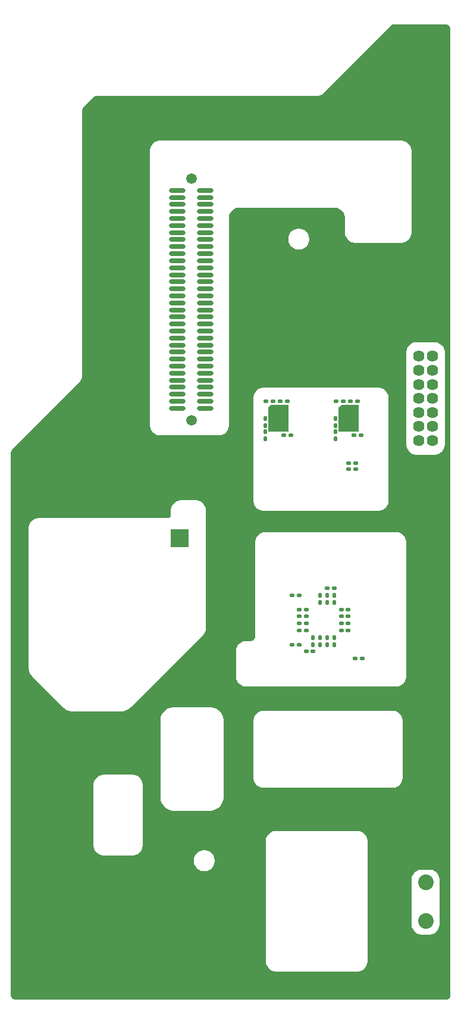
<source format=gbs>
G04*
G04 #@! TF.GenerationSoftware,Altium Limited,Altium Designer,21.7.2 (23)*
G04*
G04 Layer_Color=16711935*
%FSLAX43Y43*%
%MOMM*%
G71*
G04*
G04 #@! TF.SameCoordinates,9207B031-9538-4005-B85C-AF880B68FBDC*
G04*
G04*
G04 #@! TF.FilePolarity,Negative*
G04*
G01*
G75*
G04:AMPARAMS|DCode=88|XSize=0.52mm|YSize=0.62mm|CornerRadius=0.135mm|HoleSize=0mm|Usage=FLASHONLY|Rotation=0.000|XOffset=0mm|YOffset=0mm|HoleType=Round|Shape=RoundedRectangle|*
%AMROUNDEDRECTD88*
21,1,0.520,0.350,0,0,0.0*
21,1,0.250,0.620,0,0,0.0*
1,1,0.270,0.125,-0.175*
1,1,0.270,-0.125,-0.175*
1,1,0.270,-0.125,0.175*
1,1,0.270,0.125,0.175*
%
%ADD88ROUNDEDRECTD88*%
G04:AMPARAMS|DCode=89|XSize=0.52mm|YSize=0.62mm|CornerRadius=0.135mm|HoleSize=0mm|Usage=FLASHONLY|Rotation=90.000|XOffset=0mm|YOffset=0mm|HoleType=Round|Shape=RoundedRectangle|*
%AMROUNDEDRECTD89*
21,1,0.520,0.350,0,0,90.0*
21,1,0.250,0.620,0,0,90.0*
1,1,0.270,0.175,0.125*
1,1,0.270,0.175,-0.125*
1,1,0.270,-0.175,-0.125*
1,1,0.270,-0.175,0.125*
%
%ADD89ROUNDEDRECTD89*%
%ADD137C,1.520*%
%ADD139C,1.620*%
%ADD147R,2.520X2.520*%
%ADD148C,4.520*%
%ADD149C,6.020*%
%ADD151C,2.220*%
G04:AMPARAMS|DCode=156|XSize=3.42mm|YSize=3.42mm|CornerRadius=0.35mm|HoleSize=0mm|Usage=FLASHONLY|Rotation=0.000|XOffset=0mm|YOffset=0mm|HoleType=Round|Shape=RoundedRectangle|*
%AMROUNDEDRECTD156*
21,1,3.420,2.720,0,0,0.0*
21,1,2.720,3.420,0,0,0.0*
1,1,0.700,1.360,-1.360*
1,1,0.700,-1.360,-1.360*
1,1,0.700,-1.360,1.360*
1,1,0.700,1.360,1.360*
%
%ADD156ROUNDEDRECTD156*%
%ADD201O,2.357X0.630*%
G36*
X183711Y189200D02*
X191140Y189200D01*
Y189200D01*
X191259Y189200D01*
X191480Y189109D01*
X191649Y188940D01*
X191740Y188719D01*
Y188600D01*
X191740Y51050D01*
Y50941D01*
X191656Y50738D01*
X191502Y50584D01*
X191299Y50500D01*
X129840D01*
X129721Y50500D01*
X129500Y50591D01*
X129331Y50760D01*
X129240Y50981D01*
X129240Y51100D01*
X129240Y128379D01*
X129240Y128379D01*
X129240Y128379D01*
X129256Y128500D01*
X129287Y128575D01*
X129332Y128642D01*
X129361Y128671D01*
X138894Y138204D01*
X138979Y138289D01*
X138979Y138289D01*
X138979Y138289D01*
X138979Y138289D01*
X139075Y138403D01*
X139232Y138658D01*
X139335Y138939D01*
X139382Y139234D01*
X139384Y139384D01*
X139384Y176993D01*
X139384Y176993D01*
X139384Y176993D01*
Y176994D01*
X139393Y177111D01*
X139412Y177205D01*
X139466Y177337D01*
X139545Y177455D01*
X139596Y177506D01*
X140969Y178879D01*
X140969Y178879D01*
X140969Y178879D01*
X140970Y178879D01*
X141064Y178956D01*
X141105Y178984D01*
X141211Y179028D01*
X141324Y179050D01*
X141381Y179050D01*
X172878Y179050D01*
X172999Y179056D01*
X173237Y179103D01*
X173461Y179196D01*
X173662Y179331D01*
X173752Y179412D01*
X183419Y189079D01*
X183419Y189079D01*
X183419Y189079D01*
X183420Y189079D01*
X183516Y189153D01*
X183590Y189184D01*
X183670Y189200D01*
X183711Y189200D01*
D02*
G37*
%LPC*%
G36*
X184898Y172650D02*
X184750Y172650D01*
X150500Y172650D01*
X150500Y172650D01*
X150352D01*
X150062Y172592D01*
X149789Y172479D01*
X149544Y172315D01*
X149335Y172106D01*
X149171Y171860D01*
X149058Y171588D01*
X149000Y171298D01*
Y171150D01*
Y132250D01*
X149000Y132102D01*
X149058Y131812D01*
X149171Y131539D01*
X149335Y131294D01*
X149544Y131085D01*
X149789Y130921D01*
X150062Y130808D01*
X150352Y130750D01*
X150500Y130750D01*
X158750D01*
X158900Y130743D01*
X159195Y130791D01*
X159474Y130900D01*
X159725Y131063D01*
X159937Y131275D01*
X160100Y131526D01*
X160209Y131805D01*
X160257Y132100D01*
X160250Y132250D01*
X160250Y161650D01*
X160250Y161650D01*
X160250Y161650D01*
X160257Y161797D01*
X160314Y162086D01*
X160427Y162357D01*
X160590Y162602D01*
X160798Y162810D01*
X161043Y162973D01*
X161314Y163086D01*
X161603Y163143D01*
X161750Y163150D01*
X175250Y163150D01*
X175250Y163150D01*
X175250Y163150D01*
X175397Y163143D01*
X175686Y163086D01*
X175957Y162973D01*
X176202Y162810D01*
X176410Y162602D01*
X176573Y162357D01*
X176686Y162086D01*
X176743Y161797D01*
X176750Y161650D01*
X176750Y159650D01*
X176750Y159502D01*
X176808Y159212D01*
X176921Y158939D01*
X177085Y158694D01*
X177294Y158485D01*
X177539Y158321D01*
X177812Y158208D01*
X178102Y158150D01*
X178250Y158150D01*
X184750Y158150D01*
X184750Y158150D01*
X184750Y158150D01*
X184898Y158150D01*
X185188Y158207D01*
X185461Y158320D01*
X185707Y158484D01*
X185916Y158693D01*
X186080Y158939D01*
X186193Y159212D01*
X186250Y159502D01*
X186250Y159650D01*
X186250Y171150D01*
X186250Y171150D01*
X186250Y171150D01*
X186250Y171298D01*
X186193Y171588D01*
X186080Y171861D01*
X185915Y172106D01*
X185706Y172315D01*
X185461Y172480D01*
X185188Y172593D01*
X184898Y172650D01*
D02*
G37*
G36*
X170348Y160148D02*
X170200Y160148D01*
X170053Y160148D01*
X169763Y160091D01*
X169490Y159978D01*
X169245Y159814D01*
X169036Y159605D01*
X168872Y159360D01*
X168759Y159087D01*
X168702Y158798D01*
Y158650D01*
X168702Y158502D01*
X168759Y158213D01*
X168872Y157940D01*
X169036Y157695D01*
X169245Y157486D01*
X169490Y157322D01*
X169763Y157209D01*
X170053Y157152D01*
X170200Y157152D01*
X170200Y157152D01*
X170200Y157152D01*
X170348Y157152D01*
X170637Y157209D01*
X170910Y157322D01*
X171155Y157486D01*
X171364Y157695D01*
X171528Y157940D01*
X171641Y158213D01*
X171698Y158502D01*
X171698Y158650D01*
X171698Y158650D01*
X171698Y158650D01*
X171698Y158798D01*
X171641Y159087D01*
X171528Y159360D01*
X171364Y159605D01*
X171155Y159814D01*
X170910Y159978D01*
X170637Y160091D01*
X170348Y160148D01*
D02*
G37*
G36*
X189638Y144000D02*
X189490Y144000D01*
X186990Y144000D01*
Y144000D01*
X186990Y144000D01*
X186842Y144000D01*
X186552Y143942D01*
X186279Y143829D01*
X186034Y143665D01*
X185825Y143456D01*
X185661Y143211D01*
X185548Y142938D01*
X185490Y142648D01*
Y142500D01*
Y129500D01*
X185490D01*
X185490Y129500D01*
X185490Y129352D01*
X185548Y129062D01*
X185661Y128789D01*
X185825Y128544D01*
X186034Y128335D01*
X186279Y128171D01*
X186552Y128058D01*
X186842Y128000D01*
X189490D01*
X189638Y128000D01*
X189928Y128057D01*
X190201Y128170D01*
X190447Y128334D01*
X190656Y128543D01*
X190820Y128789D01*
X190933Y129062D01*
X190990Y129352D01*
X190990Y129500D01*
X190990Y142500D01*
X190990Y142500D01*
X190990Y142500D01*
X190990Y142648D01*
X190933Y142938D01*
X190819Y143211D01*
X190655Y143456D01*
X190446Y143665D01*
X190201Y143829D01*
X189928Y143943D01*
X189638Y144000D01*
D02*
G37*
G36*
X165102Y137500D02*
X164812Y137443D01*
X164539Y137330D01*
X164293Y137166D01*
X164084Y136957D01*
X163920Y136711D01*
X163807Y136438D01*
X163750Y136148D01*
X163750Y136000D01*
Y121500D01*
X163750Y121352D01*
X163808Y121062D01*
X163921Y120789D01*
X164085Y120544D01*
X164294Y120335D01*
X164539Y120171D01*
X164812Y120058D01*
X165102Y120000D01*
X165250Y120000D01*
X181500Y120000D01*
X181648D01*
X181938Y120058D01*
X182211Y120171D01*
X182456Y120335D01*
X182665Y120544D01*
X182829Y120789D01*
X182942Y121062D01*
X183000Y121352D01*
Y121500D01*
X183000Y121500D01*
X183000Y136000D01*
X183000Y136148D01*
X182942Y136438D01*
X182829Y136711D01*
X182665Y136956D01*
X182456Y137165D01*
X182211Y137329D01*
X181938Y137442D01*
X181648Y137500D01*
X181500Y137500D01*
X181500Y137500D01*
X181500Y137500D01*
X165250Y137500D01*
X165102Y137500D01*
D02*
G37*
G36*
X153500Y121500D02*
X153500Y121500D01*
X153352D01*
X153062Y121442D01*
X152789Y121329D01*
X152544Y121165D01*
X152335Y120956D01*
X152171Y120710D01*
X152058Y120437D01*
X152000Y120148D01*
Y119500D01*
X152000Y119500D01*
X152006Y119416D01*
X151970Y119251D01*
X151873Y119113D01*
X151731Y119023D01*
X151650Y119000D01*
X133250Y119000D01*
X133102Y119000D01*
X132812Y118942D01*
X132539Y118829D01*
X132294Y118665D01*
X132085Y118456D01*
X131921Y118211D01*
X131808Y117938D01*
X131750Y117648D01*
Y117500D01*
Y97750D01*
X131750Y97750D01*
X131748Y97577D01*
X131811Y97236D01*
X131940Y96914D01*
X132129Y96624D01*
X132250Y96500D01*
X136750Y92000D01*
X136874Y91879D01*
X137164Y91690D01*
X137486Y91561D01*
X137827Y91498D01*
X138000Y91500D01*
X145000D01*
Y91500D01*
X145000Y91500D01*
X145207Y91512D01*
X145608Y91615D01*
X145981Y91795D01*
X146312Y92045D01*
X146450Y92200D01*
X156500Y102250D01*
X156500Y102250D01*
X156500Y102250D01*
X156621Y102374D01*
X156810Y102664D01*
X156939Y102986D01*
X157002Y103327D01*
X157000Y103500D01*
X157000Y120000D01*
X157000Y120000D01*
X157000Y120000D01*
X157000Y120148D01*
X156942Y120437D01*
X156829Y120710D01*
X156665Y120956D01*
X156456Y121164D01*
X156210Y121329D01*
X155937Y121442D01*
X155648Y121500D01*
X155500Y121500D01*
X153500Y121500D01*
D02*
G37*
G36*
X184148Y117000D02*
X184000Y117000D01*
X165500Y117000D01*
X165500Y117000D01*
X165352Y117000D01*
X165062Y116942D01*
X164789Y116829D01*
X164544Y116665D01*
X164335Y116456D01*
X164171Y116211D01*
X164058Y115938D01*
X164000Y115648D01*
Y115500D01*
Y102200D01*
X164000Y102200D01*
X163997Y102131D01*
X163970Y101997D01*
X163917Y101870D01*
X163841Y101756D01*
X163744Y101659D01*
X163630Y101583D01*
X163503Y101530D01*
X163369Y101503D01*
X163300Y101500D01*
X162750Y101500D01*
X162750Y101500D01*
X162602D01*
X162312Y101442D01*
X162039Y101329D01*
X161794Y101165D01*
X161585Y100956D01*
X161421Y100711D01*
X161308Y100438D01*
X161250Y100148D01*
Y100000D01*
Y96500D01*
X161250Y96352D01*
X161308Y96062D01*
X161421Y95789D01*
X161585Y95544D01*
X161794Y95335D01*
X162039Y95171D01*
X162312Y95058D01*
X162602Y95000D01*
X162750Y95000D01*
X184000D01*
X184148Y95000D01*
X184438Y95057D01*
X184711Y95171D01*
X184956Y95335D01*
X185165Y95544D01*
X185329Y95789D01*
X185443Y96062D01*
X185500Y96352D01*
X185500Y96500D01*
X185500Y115500D01*
X185500Y115500D01*
X185500Y115500D01*
X185500Y115648D01*
X185442Y115938D01*
X185329Y116211D01*
X185165Y116456D01*
X184956Y116665D01*
X184711Y116829D01*
X184438Y116942D01*
X184148Y117000D01*
D02*
G37*
G36*
X152500Y92100D02*
X152500Y92100D01*
X152303Y92100D01*
X151917Y92023D01*
X151553Y91872D01*
X151225Y91654D01*
X150947Y91375D01*
X150728Y91047D01*
X150577Y90683D01*
X150500Y90297D01*
X150500Y90100D01*
Y79350D01*
X150500Y79153D01*
X150577Y78767D01*
X150728Y78403D01*
X150947Y78075D01*
X151225Y77796D01*
X151553Y77578D01*
X151917Y77427D01*
X152303Y77350D01*
X152500Y77350D01*
X157500D01*
X157500Y77350D01*
Y77350D01*
X157697Y77350D01*
X158083Y77427D01*
X158447Y77578D01*
X158775Y77796D01*
X159053Y78075D01*
X159272Y78403D01*
X159423Y78767D01*
X159500Y79153D01*
X159500Y79350D01*
X159500Y90100D01*
X159500Y90100D01*
X159500Y90100D01*
X159500Y90297D01*
X159423Y90683D01*
X159272Y91047D01*
X159053Y91375D01*
X158775Y91653D01*
X158447Y91872D01*
X158083Y92023D01*
X157697Y92100D01*
X157500Y92100D01*
X152500Y92100D01*
D02*
G37*
G36*
X183648Y91600D02*
X183500Y91600D01*
X183500Y91600D01*
X183500Y91600D01*
X165250Y91600D01*
X165102Y91600D01*
X164812Y91542D01*
X164539Y91429D01*
X164294Y91265D01*
X164085Y91056D01*
X163921Y90811D01*
X163808Y90538D01*
X163750Y90248D01*
X163750Y90100D01*
X163750Y82100D01*
X163751Y81952D01*
X163809Y81663D01*
X163923Y81390D01*
X164088Y81145D01*
X164298Y80937D01*
X164544Y80773D01*
X164817Y80661D01*
X165107Y80605D01*
X165255Y80605D01*
X165255Y80605D01*
X183653D01*
X183943Y80663D01*
X184216Y80776D01*
X184461Y80940D01*
X184670Y81149D01*
X184834Y81395D01*
X184947Y81667D01*
X185005Y81957D01*
X185005Y82105D01*
X185005Y82105D01*
X185000Y90100D01*
X185000Y90248D01*
X184942Y90538D01*
X184829Y90811D01*
X184665Y91056D01*
X184456Y91265D01*
X184211Y91429D01*
X183938Y91542D01*
X183648Y91600D01*
D02*
G37*
G36*
X142500Y82500D02*
X142500Y82500D01*
X142352Y82500D01*
X142062Y82442D01*
X141789Y82329D01*
X141544Y82165D01*
X141335Y81956D01*
X141171Y81711D01*
X141058Y81438D01*
X141000Y81148D01*
X141000Y81000D01*
X141000Y72500D01*
X141000Y72352D01*
X141058Y72062D01*
X141171Y71789D01*
X141335Y71544D01*
X141544Y71335D01*
X141789Y71171D01*
X142062Y71058D01*
X142352Y71000D01*
X142500Y71000D01*
X146500D01*
X146648Y71000D01*
X146938Y71058D01*
X147211Y71171D01*
X147456Y71335D01*
X147665Y71544D01*
X147829Y71789D01*
X147942Y72062D01*
X148000Y72352D01*
X148000Y72500D01*
X148000Y81000D01*
X148000D01*
X148000Y81000D01*
X148000Y81148D01*
X147942Y81438D01*
X147829Y81711D01*
X147665Y81956D01*
X147456Y82165D01*
X147211Y82329D01*
X146938Y82442D01*
X146648Y82500D01*
X146500Y82500D01*
X142500Y82500D01*
D02*
G37*
G36*
X156898Y71748D02*
X156750Y71748D01*
X156603Y71748D01*
X156313Y71691D01*
X156040Y71578D01*
X155795Y71414D01*
X155586Y71205D01*
X155422Y70960D01*
X155309Y70687D01*
X155252Y70398D01*
Y70250D01*
X155252Y70102D01*
X155309Y69813D01*
X155422Y69540D01*
X155586Y69295D01*
X155795Y69086D01*
X156040Y68922D01*
X156313Y68809D01*
X156603Y68752D01*
X156750Y68752D01*
X156898Y68752D01*
X157187Y68809D01*
X157460Y68922D01*
X157705Y69086D01*
X157914Y69295D01*
X158078Y69540D01*
X158191Y69813D01*
X158248Y70102D01*
X158248Y70250D01*
X158248Y70250D01*
X158248Y70250D01*
X158248Y70398D01*
X158191Y70687D01*
X158078Y70960D01*
X157914Y71205D01*
X157705Y71414D01*
X157460Y71578D01*
X157187Y71691D01*
X156898Y71748D01*
D02*
G37*
G36*
X188898Y69000D02*
X188750Y69000D01*
X187750Y69000D01*
X187750Y69000D01*
X187602D01*
X187312Y68942D01*
X187039Y68829D01*
X186794Y68665D01*
X186585Y68456D01*
X186421Y68210D01*
X186308Y67938D01*
X186250Y67648D01*
Y67500D01*
Y61250D01*
X186250Y61102D01*
X186308Y60812D01*
X186421Y60539D01*
X186585Y60294D01*
X186794Y60085D01*
X187039Y59921D01*
X187312Y59808D01*
X187602Y59750D01*
X187750Y59750D01*
X188750D01*
X188898Y59750D01*
X189188Y59807D01*
X189461Y59920D01*
X189707Y60084D01*
X189916Y60293D01*
X190080Y60539D01*
X190193Y60812D01*
X190250Y61102D01*
X190250Y61250D01*
X190250Y67500D01*
X190250Y67500D01*
X190250Y67500D01*
X190250Y67648D01*
X190193Y67938D01*
X190080Y68211D01*
X189915Y68456D01*
X189706Y68665D01*
X189461Y68830D01*
X189188Y68943D01*
X188898Y69000D01*
D02*
G37*
G36*
X178648Y74500D02*
X166852D01*
X166562Y74442D01*
X166289Y74329D01*
X166044Y74165D01*
X165835Y73956D01*
X165671Y73711D01*
X165558Y73438D01*
X165500Y73148D01*
Y73000D01*
Y56000D01*
Y55852D01*
X165558Y55562D01*
X165671Y55289D01*
X165835Y55044D01*
X166044Y54835D01*
X166289Y54671D01*
X166562Y54558D01*
X166852Y54500D01*
X178648D01*
X178938Y54558D01*
X179211Y54671D01*
X179456Y54835D01*
X179665Y55044D01*
X179829Y55289D01*
X179942Y55562D01*
X180000Y55852D01*
Y56000D01*
Y73000D01*
Y73148D01*
X179942Y73438D01*
X179829Y73711D01*
X179665Y73956D01*
X179456Y74165D01*
X179211Y74329D01*
X178938Y74442D01*
X178648Y74500D01*
D02*
G37*
%LPD*%
G36*
X178638Y135126D02*
X178651Y135123D01*
X178664Y135119D01*
X178676Y135113D01*
X178687Y135106D01*
X178697Y135097D01*
X178706Y135087D01*
X178713Y135076D01*
X178719Y135064D01*
X178723Y135051D01*
X178726Y135038D01*
X178727Y135025D01*
Y131375D01*
X178726Y131362D01*
X178723Y131349D01*
X178719Y131336D01*
X178713Y131324D01*
X178706Y131313D01*
X178697Y131303D01*
X178687Y131294D01*
X178676Y131287D01*
X178664Y131281D01*
X178651Y131277D01*
X178638Y131274D01*
X178625Y131273D01*
X175975D01*
X175962Y131274D01*
X175949Y131277D01*
X175936Y131281D01*
X175924Y131287D01*
X175913Y131294D01*
X175903Y131303D01*
X175894Y131313D01*
X175887Y131324D01*
X175881Y131336D01*
X175877Y131349D01*
X175874Y131362D01*
X175873Y131375D01*
Y134669D01*
X175874Y134682D01*
X175877Y134695D01*
X175881Y134708D01*
X175887Y134720D01*
X175894Y134731D01*
X175903Y134741D01*
X176259Y135097D01*
X176269Y135106D01*
X176280Y135113D01*
X176292Y135119D01*
X176305Y135123D01*
X176318Y135126D01*
X176331Y135127D01*
X178625D01*
X178638Y135126D01*
D02*
G37*
G36*
X168638D02*
X168651Y135123D01*
X168664Y135119D01*
X168676Y135113D01*
X168687Y135106D01*
X168697Y135097D01*
X168706Y135087D01*
X168713Y135076D01*
X168719Y135064D01*
X168723Y135051D01*
X168726Y135038D01*
X168727Y135025D01*
Y131375D01*
X168726Y131362D01*
X168723Y131349D01*
X168719Y131336D01*
X168713Y131324D01*
X168706Y131313D01*
X168697Y131303D01*
X168687Y131294D01*
X168676Y131287D01*
X168664Y131281D01*
X168651Y131277D01*
X168638Y131274D01*
X168625Y131273D01*
X165975D01*
X165962Y131274D01*
X165949Y131277D01*
X165936Y131281D01*
X165924Y131287D01*
X165913Y131294D01*
X165903Y131303D01*
X165894Y131313D01*
X165887Y131324D01*
X165881Y131336D01*
X165877Y131349D01*
X165874Y131362D01*
X165873Y131375D01*
Y134669D01*
X165874Y134682D01*
X165877Y134695D01*
X165881Y134708D01*
X165887Y134720D01*
X165894Y134731D01*
X165903Y134741D01*
X166259Y135097D01*
X166269Y135106D01*
X166280Y135113D01*
X166292Y135119D01*
X166305Y135123D01*
X166318Y135126D01*
X166331Y135127D01*
X168625D01*
X168638Y135126D01*
D02*
G37*
D88*
X175400Y133100D02*
D03*
Y132100D02*
D03*
X165400Y133100D02*
D03*
Y132100D02*
D03*
X165400Y130300D02*
D03*
Y131300D02*
D03*
X175240Y107000D02*
D03*
Y108000D02*
D03*
X174240Y107000D02*
D03*
Y108000D02*
D03*
X173240Y107000D02*
D03*
Y108000D02*
D03*
X172240Y102000D02*
D03*
Y101000D02*
D03*
X173240Y102000D02*
D03*
Y101000D02*
D03*
X174240Y102000D02*
D03*
Y101000D02*
D03*
X175240Y102000D02*
D03*
Y101000D02*
D03*
X175400Y131300D02*
D03*
Y130300D02*
D03*
D89*
X168050Y130800D02*
D03*
X169050D02*
D03*
X174240Y109000D02*
D03*
X175240D02*
D03*
X178240Y99000D02*
D03*
X179240D02*
D03*
X171240Y103000D02*
D03*
X170240D02*
D03*
Y101000D02*
D03*
X169240D02*
D03*
X172240Y100000D02*
D03*
X171240D02*
D03*
X177240Y103000D02*
D03*
X176240D02*
D03*
Y104000D02*
D03*
X177240D02*
D03*
X176240Y105000D02*
D03*
X177240D02*
D03*
X176240Y106000D02*
D03*
X177240D02*
D03*
X171240Y104000D02*
D03*
X170240D02*
D03*
Y105000D02*
D03*
X171240D02*
D03*
Y106000D02*
D03*
X170240D02*
D03*
Y108000D02*
D03*
X169240D02*
D03*
X168550Y135600D02*
D03*
X167550D02*
D03*
X166550D02*
D03*
X165550D02*
D03*
X176550D02*
D03*
X175550D02*
D03*
X178550D02*
D03*
X177550D02*
D03*
X179050Y130800D02*
D03*
X178050D02*
D03*
X178300Y126750D02*
D03*
X177300D02*
D03*
X177300Y125975D02*
D03*
X178300D02*
D03*
D137*
X154902Y132884D02*
D03*
Y167284D02*
D03*
D139*
X189240Y142000D02*
D03*
Y140000D02*
D03*
Y138000D02*
D03*
Y136000D02*
D03*
Y134000D02*
D03*
Y132000D02*
D03*
Y130000D02*
D03*
X187240Y142000D02*
D03*
Y140000D02*
D03*
Y138000D02*
D03*
Y136000D02*
D03*
Y134000D02*
D03*
Y132000D02*
D03*
Y130000D02*
D03*
D147*
X153250Y116150D02*
D03*
D148*
X188430Y154775D02*
D03*
X142710Y149695D02*
D03*
X165570Y175730D02*
D03*
X160490Y106000D02*
D03*
X188430Y88735D02*
D03*
X132550Y88735D02*
D03*
X160490Y53810D02*
D03*
D149*
X188430Y185890D02*
D03*
X142710Y175730D02*
D03*
X188430Y123660D02*
D03*
X132550D02*
D03*
X188430Y53810D02*
D03*
X132550D02*
D03*
D151*
X188275Y61650D02*
D03*
Y67150D02*
D03*
D156*
X161100Y64150D02*
D03*
D201*
X156902Y136584D02*
D03*
Y149584D02*
D03*
Y150584D02*
D03*
Y151584D02*
D03*
Y152584D02*
D03*
Y155584D02*
D03*
Y156584D02*
D03*
Y157584D02*
D03*
Y158584D02*
D03*
Y159584D02*
D03*
Y160584D02*
D03*
Y161584D02*
D03*
Y163584D02*
D03*
Y164584D02*
D03*
X152902Y140584D02*
D03*
Y136584D02*
D03*
X156902Y135584D02*
D03*
Y134584D02*
D03*
Y137584D02*
D03*
X152902D02*
D03*
Y135584D02*
D03*
Y138584D02*
D03*
Y141584D02*
D03*
Y134584D02*
D03*
Y139584D02*
D03*
X156902Y154584D02*
D03*
Y162584D02*
D03*
Y153584D02*
D03*
X152902Y142584D02*
D03*
Y149584D02*
D03*
Y150584D02*
D03*
Y143584D02*
D03*
Y162584D02*
D03*
Y153584D02*
D03*
Y145584D02*
D03*
Y158584D02*
D03*
Y156584D02*
D03*
Y157584D02*
D03*
Y159584D02*
D03*
Y155584D02*
D03*
Y146584D02*
D03*
Y152584D02*
D03*
Y147584D02*
D03*
Y161584D02*
D03*
Y144584D02*
D03*
Y154584D02*
D03*
Y160584D02*
D03*
Y151584D02*
D03*
Y163584D02*
D03*
Y164584D02*
D03*
Y148584D02*
D03*
X156902Y139584D02*
D03*
Y141584D02*
D03*
Y142584D02*
D03*
Y143584D02*
D03*
Y144584D02*
D03*
Y145584D02*
D03*
Y146584D02*
D03*
Y147584D02*
D03*
Y148584D02*
D03*
Y140584D02*
D03*
Y138584D02*
D03*
X152902Y165584D02*
D03*
X156902D02*
D03*
M02*

</source>
